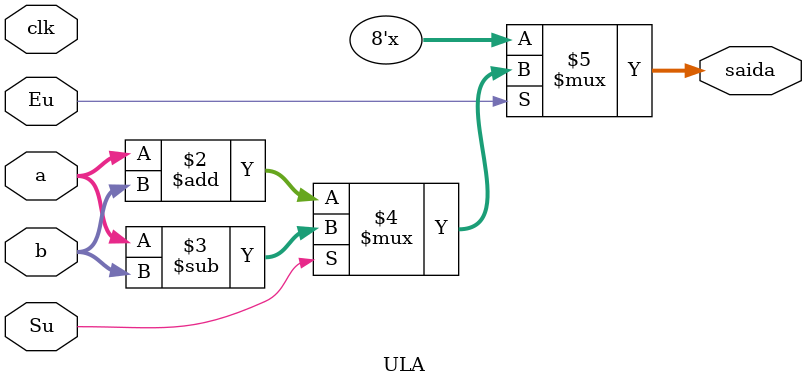
<source format=sv>

module ULA(input Su, Eu, clk, input  [7:0] a, input  [7:0] b, output wire [7:0] saida);

assign saida = (Eu)? ((!Su)? (a+b): (a-b)): 8'hzz;
		
endmodule 
</source>
